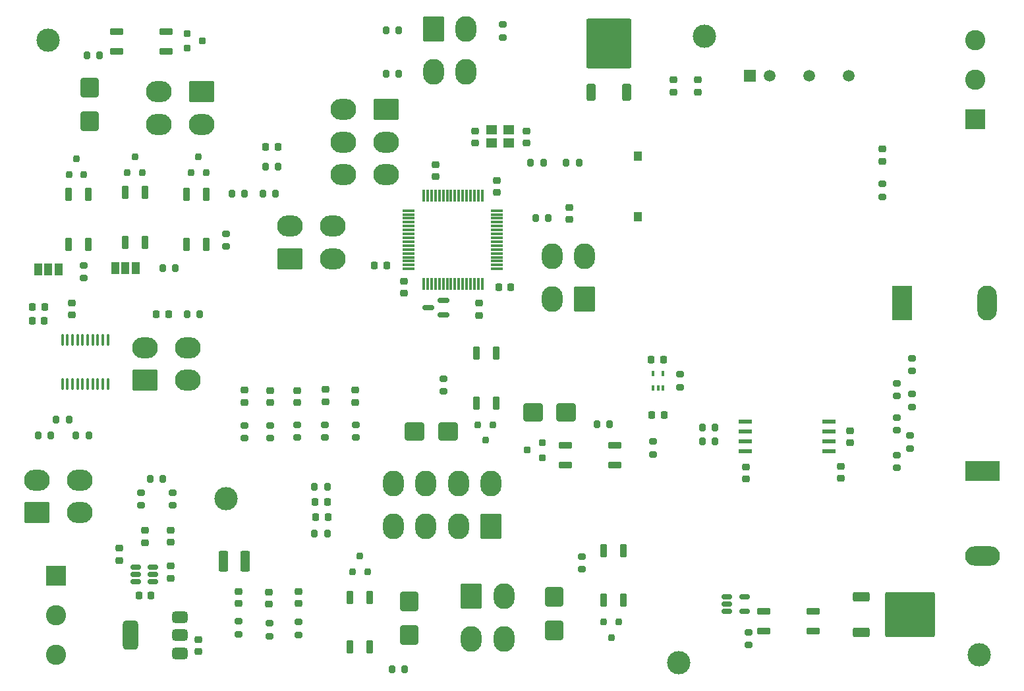
<source format=gbr>
%TF.GenerationSoftware,KiCad,Pcbnew,8.0.0*%
%TF.CreationDate,2024-07-10T23:18:01-07:00*%
%TF.ProjectId,main_relay_board,6d61696e-5f72-4656-9c61-795f626f6172,rev?*%
%TF.SameCoordinates,Original*%
%TF.FileFunction,Soldermask,Top*%
%TF.FilePolarity,Negative*%
%FSLAX46Y46*%
G04 Gerber Fmt 4.6, Leading zero omitted, Abs format (unit mm)*
G04 Created by KiCad (PCBNEW 8.0.0) date 2024-07-10 23:18:01*
%MOMM*%
%LPD*%
G01*
G04 APERTURE LIST*
G04 Aperture macros list*
%AMRoundRect*
0 Rectangle with rounded corners*
0 $1 Rounding radius*
0 $2 $3 $4 $5 $6 $7 $8 $9 X,Y pos of 4 corners*
0 Add a 4 corners polygon primitive as box body*
4,1,4,$2,$3,$4,$5,$6,$7,$8,$9,$2,$3,0*
0 Add four circle primitives for the rounded corners*
1,1,$1+$1,$2,$3*
1,1,$1+$1,$4,$5*
1,1,$1+$1,$6,$7*
1,1,$1+$1,$8,$9*
0 Add four rect primitives between the rounded corners*
20,1,$1+$1,$2,$3,$4,$5,0*
20,1,$1+$1,$4,$5,$6,$7,0*
20,1,$1+$1,$6,$7,$8,$9,0*
20,1,$1+$1,$8,$9,$2,$3,0*%
G04 Aperture macros list end*
%ADD10RoundRect,0.200000X-0.275000X0.200000X-0.275000X-0.200000X0.275000X-0.200000X0.275000X0.200000X0*%
%ADD11RoundRect,0.218750X0.256250X-0.218750X0.256250X0.218750X-0.256250X0.218750X-0.256250X-0.218750X0*%
%ADD12RoundRect,0.225000X-0.250000X0.225000X-0.250000X-0.225000X0.250000X-0.225000X0.250000X0.225000X0*%
%ADD13RoundRect,0.225000X-0.225000X-0.250000X0.225000X-0.250000X0.225000X0.250000X-0.225000X0.250000X0*%
%ADD14RoundRect,0.225000X0.250000X-0.225000X0.250000X0.225000X-0.250000X0.225000X-0.250000X-0.225000X0*%
%ADD15RoundRect,0.100000X-0.100000X0.637500X-0.100000X-0.637500X0.100000X-0.637500X0.100000X0.637500X0*%
%ADD16RoundRect,0.200000X0.275000X-0.200000X0.275000X0.200000X-0.275000X0.200000X-0.275000X-0.200000X0*%
%ADD17RoundRect,0.218750X-0.218750X-0.256250X0.218750X-0.256250X0.218750X0.256250X-0.218750X0.256250X0*%
%ADD18RoundRect,0.250000X-0.900000X1.000000X-0.900000X-1.000000X0.900000X-1.000000X0.900000X1.000000X0*%
%ADD19RoundRect,0.102000X0.300000X-0.750000X0.300000X0.750000X-0.300000X0.750000X-0.300000X-0.750000X0*%
%ADD20RoundRect,0.200000X-0.200000X-0.275000X0.200000X-0.275000X0.200000X0.275000X-0.200000X0.275000X0*%
%ADD21RoundRect,0.250001X1.099999X1.399999X-1.099999X1.399999X-1.099999X-1.399999X1.099999X-1.399999X0*%
%ADD22O,2.700000X3.300000*%
%ADD23RoundRect,0.150000X0.587500X0.150000X-0.587500X0.150000X-0.587500X-0.150000X0.587500X-0.150000X0*%
%ADD24RoundRect,0.218750X0.218750X0.256250X-0.218750X0.256250X-0.218750X-0.256250X0.218750X-0.256250X0*%
%ADD25RoundRect,0.250000X-0.375000X-1.075000X0.375000X-1.075000X0.375000X1.075000X-0.375000X1.075000X0*%
%ADD26C,3.000000*%
%ADD27RoundRect,0.200000X0.200000X0.275000X-0.200000X0.275000X-0.200000X-0.275000X0.200000X-0.275000X0*%
%ADD28RoundRect,0.102000X-0.750000X-0.300000X0.750000X-0.300000X0.750000X0.300000X-0.750000X0.300000X0*%
%ADD29RoundRect,0.250000X1.000000X0.900000X-1.000000X0.900000X-1.000000X-0.900000X1.000000X-0.900000X0*%
%ADD30RoundRect,0.150000X-0.512500X-0.150000X0.512500X-0.150000X0.512500X0.150000X-0.512500X0.150000X0*%
%ADD31RoundRect,0.200000X0.200000X-0.250000X0.200000X0.250000X-0.200000X0.250000X-0.200000X-0.250000X0*%
%ADD32R,1.400000X1.200000*%
%ADD33RoundRect,0.250001X-1.399999X1.099999X-1.399999X-1.099999X1.399999X-1.099999X1.399999X1.099999X0*%
%ADD34O,3.300000X2.700000*%
%ADD35RoundRect,0.225000X0.225000X0.250000X-0.225000X0.250000X-0.225000X-0.250000X0.225000X-0.250000X0*%
%ADD36RoundRect,0.250000X-1.000000X-0.900000X1.000000X-0.900000X1.000000X0.900000X-1.000000X0.900000X0*%
%ADD37R,1.000000X1.250000*%
%ADD38RoundRect,0.250001X-1.099999X-1.399999X1.099999X-1.399999X1.099999X1.399999X-1.099999X1.399999X0*%
%ADD39RoundRect,0.102000X-0.300000X0.750000X-0.300000X-0.750000X0.300000X-0.750000X0.300000X0.750000X0*%
%ADD40R,2.600000X2.600000*%
%ADD41C,2.600000*%
%ADD42RoundRect,0.075000X-0.075000X0.700000X-0.075000X-0.700000X0.075000X-0.700000X0.075000X0.700000X0*%
%ADD43RoundRect,0.075000X-0.700000X0.075000X-0.700000X-0.075000X0.700000X-0.075000X0.700000X0.075000X0*%
%ADD44R,1.000000X1.500000*%
%ADD45RoundRect,0.102000X0.750000X0.300000X-0.750000X0.300000X-0.750000X-0.300000X0.750000X-0.300000X0*%
%ADD46R,1.500000X1.500000*%
%ADD47C,1.500000*%
%ADD48R,4.500000X2.500000*%
%ADD49O,4.500000X2.500000*%
%ADD50RoundRect,0.200000X-0.200000X0.250000X-0.200000X-0.250000X0.200000X-0.250000X0.200000X0.250000X0*%
%ADD51RoundRect,0.100000X0.100000X-0.225000X0.100000X0.225000X-0.100000X0.225000X-0.100000X-0.225000X0*%
%ADD52R,1.701800X0.558800*%
%ADD53RoundRect,0.250001X1.399999X-1.099999X1.399999X1.099999X-1.399999X1.099999X-1.399999X-1.099999X0*%
%ADD54R,2.500000X4.500000*%
%ADD55O,2.500000X4.500000*%
%ADD56RoundRect,0.200000X-0.250000X-0.200000X0.250000X-0.200000X0.250000X0.200000X-0.250000X0.200000X0*%
%ADD57RoundRect,0.250000X-0.850000X-0.350000X0.850000X-0.350000X0.850000X0.350000X-0.850000X0.350000X0*%
%ADD58RoundRect,0.250000X-2.950000X-2.650000X2.950000X-2.650000X2.950000X2.650000X-2.950000X2.650000X0*%
%ADD59RoundRect,0.250000X0.350000X-0.850000X0.350000X0.850000X-0.350000X0.850000X-0.350000X-0.850000X0*%
%ADD60RoundRect,0.250000X2.650000X-2.950000X2.650000X2.950000X-2.650000X2.950000X-2.650000X-2.950000X0*%
%ADD61RoundRect,0.375000X0.625000X0.375000X-0.625000X0.375000X-0.625000X-0.375000X0.625000X-0.375000X0*%
%ADD62RoundRect,0.500000X0.500000X1.400000X-0.500000X1.400000X-0.500000X-1.400000X0.500000X-1.400000X0*%
%ADD63RoundRect,0.200000X0.250000X0.200000X-0.250000X0.200000X-0.250000X-0.200000X0.250000X-0.200000X0*%
G04 APERTURE END LIST*
D10*
%TO.C,R718*%
X206675000Y-65175000D03*
X206675000Y-66825000D03*
%TD*%
D11*
%TO.C,D701*%
X206680000Y-62267500D03*
X206680000Y-60692500D03*
%TD*%
D12*
%TO.C,C702*%
X179900000Y-51825000D03*
X179900000Y-53375000D03*
%TD*%
D13*
%TO.C,C706*%
X177125000Y-94900000D03*
X178675000Y-94900000D03*
%TD*%
D14*
%TO.C,C705*%
X202600000Y-98475000D03*
X202600000Y-96925000D03*
%TD*%
D12*
%TO.C,C701*%
X183000000Y-51825000D03*
X183000000Y-53375000D03*
%TD*%
D11*
%TO.C,D505*%
X124800000Y-93281000D03*
X124800000Y-91706000D03*
%TD*%
D15*
%TO.C,U401*%
X107218000Y-85207000D03*
X106568000Y-85207000D03*
X105918000Y-85207000D03*
X105268000Y-85207000D03*
X104618000Y-85207000D03*
X103968000Y-85207000D03*
X103318000Y-85207000D03*
X102668000Y-85207000D03*
X102018000Y-85207000D03*
X101368000Y-85207000D03*
X101368000Y-90932000D03*
X102018000Y-90932000D03*
X102668000Y-90932000D03*
X103318000Y-90932000D03*
X103968000Y-90932000D03*
X104618000Y-90932000D03*
X105268000Y-90932000D03*
X105918000Y-90932000D03*
X106568000Y-90932000D03*
X107218000Y-90932000D03*
%TD*%
D16*
%TO.C,R303*%
X111506000Y-106489000D03*
X111506000Y-104839000D03*
%TD*%
D17*
%TO.C,D509*%
X133925000Y-108000000D03*
X135500000Y-108000000D03*
%TD*%
D18*
%TO.C,D603*%
X145914000Y-118890000D03*
X145914000Y-123190000D03*
%TD*%
D19*
%TO.C,OC401*%
X102162000Y-72958000D03*
X104702000Y-72958000D03*
X104702000Y-66548000D03*
X102162000Y-66548000D03*
%TD*%
D14*
%TO.C,C205*%
X108712000Y-113564000D03*
X108712000Y-112014000D03*
%TD*%
D11*
%TO.C,D501*%
X124015000Y-119113000D03*
X124015000Y-117538000D03*
%TD*%
D20*
%TO.C,R606*%
X161546000Y-62434000D03*
X163196000Y-62434000D03*
%TD*%
D21*
%TO.C,J108*%
X168470000Y-79958000D03*
D22*
X164270000Y-79958000D03*
X168470000Y-74458000D03*
X164270000Y-74458000D03*
%TD*%
D23*
%TO.C,U302*%
X150289500Y-82055000D03*
X150289500Y-80155000D03*
X148414500Y-81105000D03*
%TD*%
D24*
%TO.C,D504*%
X115000000Y-81900000D03*
X113425000Y-81900000D03*
%TD*%
D11*
%TO.C,D506*%
X128100000Y-93303500D03*
X128100000Y-91728500D03*
%TD*%
D14*
%TO.C,C403*%
X102616000Y-82055000D03*
X102616000Y-80505000D03*
%TD*%
D18*
%TO.C,D604*%
X164592000Y-118246000D03*
X164592000Y-122546000D03*
%TD*%
D25*
%TO.C,L201*%
X122044000Y-113668000D03*
X124844000Y-113668000D03*
%TD*%
D26*
%TO.C,H101*%
X99568000Y-46736000D03*
%TD*%
D20*
%TO.C,R304*%
X112650000Y-103124000D03*
X114300000Y-103124000D03*
%TD*%
D10*
%TO.C,R703*%
X208584800Y-90805000D03*
X208584800Y-92455000D03*
%TD*%
D13*
%TO.C,C201*%
X111226000Y-118110000D03*
X112776000Y-118110000D03*
%TD*%
D10*
%TO.C,R705*%
X208584800Y-95186000D03*
X208584800Y-96836000D03*
%TD*%
D27*
%TO.C,R605*%
X106147000Y-48650000D03*
X104497000Y-48650000D03*
%TD*%
%TO.C,R710*%
X185229000Y-98298000D03*
X183579000Y-98298000D03*
%TD*%
D28*
%TO.C,OC701*%
X191456000Y-120142000D03*
X191456000Y-122682000D03*
X197866000Y-122682000D03*
X197866000Y-120142000D03*
%TD*%
D10*
%TO.C,R704*%
X210503000Y-92202000D03*
X210503000Y-93852000D03*
%TD*%
D29*
%TO.C,D601*%
X150882000Y-97027000D03*
X146582000Y-97027000D03*
%TD*%
D30*
%TO.C,U704*%
X186761000Y-118242000D03*
X186761000Y-119192000D03*
X186761000Y-120142000D03*
X189036000Y-120142000D03*
X189036000Y-118242000D03*
%TD*%
D19*
%TO.C,OC402*%
X109474000Y-72704000D03*
X112014000Y-72704000D03*
X112014000Y-66294000D03*
X109474000Y-66294000D03*
%TD*%
%TO.C,OC403*%
X117348000Y-72958000D03*
X119888000Y-72958000D03*
X119888000Y-66548000D03*
X117348000Y-66548000D03*
%TD*%
D20*
%TO.C,R508*%
X133775000Y-104110000D03*
X135425000Y-104110000D03*
%TD*%
D10*
%TO.C,R502*%
X128016000Y-121666000D03*
X128016000Y-123316000D03*
%TD*%
D31*
%TO.C,Q603*%
X138666000Y-115041000D03*
X140566000Y-115041000D03*
X139616000Y-113041000D03*
%TD*%
D32*
%TO.C,Y301*%
X156550000Y-59944000D03*
X158750000Y-59944000D03*
X158750000Y-58244000D03*
X156550000Y-58244000D03*
%TD*%
D33*
%TO.C,J105*%
X119292000Y-53340000D03*
D34*
X119292000Y-57540000D03*
X113792000Y-53340000D03*
X113792000Y-57540000D03*
%TD*%
D10*
%TO.C,R507*%
X139045500Y-96140000D03*
X139045500Y-97790000D03*
%TD*%
D35*
%TO.C,C401*%
X99060000Y-82804000D03*
X97510000Y-82804000D03*
%TD*%
D20*
%TO.C,R409*%
X103124000Y-97536000D03*
X104774000Y-97536000D03*
%TD*%
D10*
%TO.C,R102*%
X157988000Y-44704000D03*
X157988000Y-46354000D03*
%TD*%
D12*
%TO.C,C206*%
X118793000Y-123748000D03*
X118793000Y-125298000D03*
%TD*%
D13*
%TO.C,C707*%
X177025000Y-87800000D03*
X178575000Y-87800000D03*
%TD*%
D20*
%TO.C,R607*%
X166118000Y-62434000D03*
X167768000Y-62434000D03*
%TD*%
D36*
%TO.C,D602*%
X161816000Y-94585000D03*
X166116000Y-94585000D03*
%TD*%
D10*
%TO.C,R503*%
X131739358Y-121475000D03*
X131739358Y-123125000D03*
%TD*%
D12*
%TO.C,C703*%
X201371200Y-101460000D03*
X201371200Y-103010000D03*
%TD*%
D17*
%TO.C,D510*%
X127482500Y-60452000D03*
X129057500Y-60452000D03*
%TD*%
D35*
%TO.C,C308*%
X143015000Y-75692000D03*
X141465000Y-75692000D03*
%TD*%
D20*
%TO.C,R603*%
X143697000Y-127605000D03*
X145347000Y-127605000D03*
%TD*%
%TO.C,R408*%
X100584000Y-95504000D03*
X102234000Y-95504000D03*
%TD*%
D11*
%TO.C,D512*%
X135165500Y-93183000D03*
X135165500Y-91608000D03*
%TD*%
D12*
%TO.C,C309*%
X166500000Y-68225000D03*
X166500000Y-69775000D03*
%TD*%
D37*
%TO.C,SW301*%
X175300000Y-61650000D03*
X175300000Y-69400000D03*
%TD*%
D38*
%TO.C,J106*%
X153906000Y-118198000D03*
D22*
X158106000Y-118198000D03*
X153906000Y-123698000D03*
X158106000Y-123698000D03*
%TD*%
D10*
%TO.C,R512*%
X135128000Y-96140000D03*
X135128000Y-97790000D03*
%TD*%
D39*
%TO.C,OC604*%
X173478000Y-112305000D03*
X170938000Y-112305000D03*
X170938000Y-118715000D03*
X173478000Y-118715000D03*
%TD*%
D11*
%TO.C,D503*%
X131676358Y-119126000D03*
X131676358Y-117551000D03*
%TD*%
D10*
%TO.C,R707*%
X208584800Y-100012000D03*
X208584800Y-101662000D03*
%TD*%
D21*
%TO.C,J104*%
X156464000Y-109229000D03*
D22*
X152264000Y-109229000D03*
X148064000Y-109229000D03*
X143864000Y-109229000D03*
X156464000Y-103729000D03*
X152264000Y-103729000D03*
X148064000Y-103729000D03*
X143864000Y-103729000D03*
%TD*%
D30*
%TO.C,U201*%
X110755000Y-114432000D03*
X110755000Y-115382000D03*
X110755000Y-116332000D03*
X113030000Y-116332000D03*
X113030000Y-115382000D03*
X113030000Y-114432000D03*
%TD*%
D35*
%TO.C,C402*%
X99073000Y-81026000D03*
X97523000Y-81026000D03*
%TD*%
D12*
%TO.C,C306*%
X154432000Y-58394000D03*
X154432000Y-59944000D03*
%TD*%
D10*
%TO.C,R706*%
X210312000Y-97536000D03*
X210312000Y-99186000D03*
%TD*%
%TO.C,R601*%
X150368000Y-90204000D03*
X150368000Y-91854000D03*
%TD*%
D40*
%TO.C,J101*%
X218694000Y-56896000D03*
D41*
X218694000Y-51816000D03*
X218694000Y-46736000D03*
%TD*%
D26*
%TO.C,H105*%
X122428000Y-105664000D03*
%TD*%
D10*
%TO.C,R505*%
X124800000Y-96203000D03*
X124800000Y-97853000D03*
%TD*%
D26*
%TO.C,H104*%
X180594000Y-126746000D03*
%TD*%
D42*
%TO.C,U301*%
X155301000Y-66687000D03*
X154801000Y-66687000D03*
X154301000Y-66687000D03*
X153801000Y-66687000D03*
X153301000Y-66687000D03*
X152801000Y-66687000D03*
X152301000Y-66687000D03*
X151801000Y-66687000D03*
X151301000Y-66687000D03*
X150801000Y-66687000D03*
X150301000Y-66687000D03*
X149801000Y-66687000D03*
X149301000Y-66687000D03*
X148801000Y-66687000D03*
X148301000Y-66687000D03*
X147801000Y-66687000D03*
D43*
X145876000Y-68612000D03*
X145876000Y-69112000D03*
X145876000Y-69612000D03*
X145876000Y-70112000D03*
X145876000Y-70612000D03*
X145876000Y-71112000D03*
X145876000Y-71612000D03*
X145876000Y-72112000D03*
X145876000Y-72612000D03*
X145876000Y-73112000D03*
X145876000Y-73612000D03*
X145876000Y-74112000D03*
X145876000Y-74612000D03*
X145876000Y-75112000D03*
X145876000Y-75612000D03*
X145876000Y-76112000D03*
D42*
X147801000Y-78037000D03*
X148301000Y-78037000D03*
X148801000Y-78037000D03*
X149301000Y-78037000D03*
X149801000Y-78037000D03*
X150301000Y-78037000D03*
X150801000Y-78037000D03*
X151301000Y-78037000D03*
X151801000Y-78037000D03*
X152301000Y-78037000D03*
X152801000Y-78037000D03*
X153301000Y-78037000D03*
X153801000Y-78037000D03*
X154301000Y-78037000D03*
X154801000Y-78037000D03*
X155301000Y-78037000D03*
D43*
X157226000Y-76112000D03*
X157226000Y-75612000D03*
X157226000Y-75112000D03*
X157226000Y-74612000D03*
X157226000Y-74112000D03*
X157226000Y-73612000D03*
X157226000Y-73112000D03*
X157226000Y-72612000D03*
X157226000Y-72112000D03*
X157226000Y-71612000D03*
X157226000Y-71112000D03*
X157226000Y-70612000D03*
X157226000Y-70112000D03*
X157226000Y-69612000D03*
X157226000Y-69112000D03*
X157226000Y-68612000D03*
%TD*%
D14*
%TO.C,C304*%
X149352000Y-64275000D03*
X149352000Y-62725000D03*
%TD*%
%TO.C,C204*%
X112014000Y-111278000D03*
X112014000Y-109728000D03*
%TD*%
D38*
%TO.C,J102*%
X149030000Y-45264000D03*
D22*
X153230000Y-45264000D03*
X149030000Y-50764000D03*
X153230000Y-50764000D03*
%TD*%
D31*
%TO.C,Q403*%
X117922000Y-63694000D03*
X119822000Y-63694000D03*
X118872000Y-61694000D03*
%TD*%
D14*
%TO.C,C303*%
X157226000Y-66307000D03*
X157226000Y-64757000D03*
%TD*%
D44*
%TO.C,JP402*%
X110774000Y-76043000D03*
X109474000Y-76043000D03*
X108174000Y-76043000D03*
%TD*%
D20*
%TO.C,R406*%
X127128000Y-66425000D03*
X128778000Y-66425000D03*
%TD*%
D45*
%TO.C,OC602*%
X172369000Y-101346000D03*
X172369000Y-98806000D03*
X165959000Y-98806000D03*
X165959000Y-101346000D03*
%TD*%
D11*
%TO.C,D502*%
X127888000Y-119200500D03*
X127888000Y-117625500D03*
%TD*%
D12*
%TO.C,C704*%
X189230000Y-101587000D03*
X189230000Y-103137000D03*
%TD*%
D46*
%TO.C,U701*%
X189700000Y-51300000D03*
D47*
X192240000Y-51300000D03*
X197320000Y-51300000D03*
X202400000Y-51300000D03*
%TD*%
D12*
%TO.C,C301*%
X145288000Y-77711000D03*
X145288000Y-79261000D03*
%TD*%
D10*
%TO.C,R702*%
X210566000Y-87567000D03*
X210566000Y-89217000D03*
%TD*%
D31*
%TO.C,Q401*%
X102240000Y-63980000D03*
X104140000Y-63980000D03*
X103190000Y-61980000D03*
%TD*%
D20*
%TO.C,R510*%
X127445000Y-62992000D03*
X129095000Y-62992000D03*
%TD*%
D10*
%TO.C,R708*%
X189544000Y-122810000D03*
X189544000Y-124460000D03*
%TD*%
D28*
%TO.C,OC605*%
X108310000Y-45602000D03*
X108310000Y-48142000D03*
X114720000Y-48142000D03*
X114720000Y-45602000D03*
%TD*%
D48*
%TO.C,R717*%
X219550000Y-102125000D03*
D49*
X219550000Y-113025000D03*
%TD*%
D50*
%TO.C,Q601*%
X156668000Y-96125000D03*
X154768000Y-96125000D03*
X155718000Y-98125000D03*
%TD*%
D10*
%TO.C,R401*%
X104140000Y-75629000D03*
X104140000Y-77279000D03*
%TD*%
D51*
%TO.C,U703*%
X177262000Y-91440000D03*
X177912000Y-91440000D03*
X178562000Y-91440000D03*
X178562000Y-89540000D03*
X177262000Y-89540000D03*
%TD*%
D10*
%TO.C,R511*%
X131500000Y-96140000D03*
X131500000Y-97790000D03*
%TD*%
D20*
%TO.C,R405*%
X123127000Y-66425000D03*
X124777000Y-66425000D03*
%TD*%
%TO.C,R504*%
X117375000Y-81900000D03*
X119025000Y-81900000D03*
%TD*%
D18*
%TO.C,D605*%
X104902000Y-52850000D03*
X104902000Y-57150000D03*
%TD*%
D11*
%TO.C,D507*%
X139000000Y-93243500D03*
X139000000Y-91668500D03*
%TD*%
D39*
%TO.C,OC601*%
X157069000Y-86964000D03*
X154529000Y-86964000D03*
X154529000Y-93374000D03*
X157069000Y-93374000D03*
%TD*%
D52*
%TO.C,U702*%
X199898000Y-99568000D03*
X199898000Y-98298000D03*
X199898000Y-97028000D03*
X199898000Y-95758000D03*
X189128400Y-95758000D03*
X189128400Y-97028000D03*
X189128400Y-98298000D03*
X189128400Y-99568000D03*
%TD*%
D10*
%TO.C,R501*%
X124015000Y-121399000D03*
X124015000Y-123049000D03*
%TD*%
D13*
%TO.C,C302*%
X157454000Y-78486000D03*
X159004000Y-78486000D03*
%TD*%
D14*
%TO.C,C305*%
X161036000Y-59957000D03*
X161036000Y-58407000D03*
%TD*%
D20*
%TO.C,R103*%
X142939000Y-45466000D03*
X144589000Y-45466000D03*
%TD*%
%TO.C,R407*%
X98235000Y-97536000D03*
X99885000Y-97536000D03*
%TD*%
%TO.C,R101*%
X142939000Y-51054000D03*
X144589000Y-51054000D03*
%TD*%
D31*
%TO.C,Q402*%
X109728000Y-63726000D03*
X111628000Y-63726000D03*
X110678000Y-61726000D03*
%TD*%
D53*
%TO.C,J110*%
X112014000Y-90424000D03*
D34*
X112014000Y-86224000D03*
X117514000Y-90424000D03*
X117514000Y-86224000D03*
%TD*%
D19*
%TO.C,OC603*%
X138269000Y-124714000D03*
X140809000Y-124714000D03*
X140809000Y-118304000D03*
X138269000Y-118304000D03*
%TD*%
D26*
%TO.C,H102*%
X183896000Y-46228000D03*
%TD*%
D20*
%TO.C,R301*%
X162180000Y-69596000D03*
X163830000Y-69596000D03*
%TD*%
D54*
%TO.C,R716*%
X209250000Y-80500000D03*
D55*
X220150000Y-80500000D03*
%TD*%
D40*
%TO.C,J111*%
X100584000Y-115570000D03*
D41*
X100584000Y-120650000D03*
X100584000Y-125730000D03*
%TD*%
D53*
%TO.C,J103*%
X130644000Y-74812000D03*
D34*
X130644000Y-70612000D03*
X136144000Y-74812000D03*
X136144000Y-70612000D03*
%TD*%
D11*
%TO.C,D511*%
X131500000Y-93287500D03*
X131500000Y-91712500D03*
%TD*%
D56*
%TO.C,Q605*%
X117380000Y-45840000D03*
X117380000Y-47740000D03*
X119380000Y-46790000D03*
%TD*%
D17*
%TO.C,D508*%
X133850000Y-106040001D03*
X135425000Y-106040001D03*
%TD*%
D20*
%TO.C,R509*%
X133775000Y-110110000D03*
X135425000Y-110110000D03*
%TD*%
D27*
%TO.C,R711*%
X185229000Y-96520000D03*
X183579000Y-96520000D03*
%TD*%
D10*
%TO.C,R305*%
X115570000Y-104839000D03*
X115570000Y-106489000D03*
%TD*%
D33*
%TO.C,J107*%
X143002000Y-55608000D03*
D34*
X143002000Y-59808000D03*
X143002000Y-64008000D03*
X137502000Y-55608000D03*
X137502000Y-59808000D03*
X137502000Y-64008000D03*
%TD*%
D10*
%TO.C,R714*%
X177292000Y-98298000D03*
X177292000Y-99948000D03*
%TD*%
D53*
%TO.C,J109*%
X98132000Y-107442000D03*
D34*
X98132000Y-103242000D03*
X103632000Y-107442000D03*
X103632000Y-103242000D03*
%TD*%
D57*
%TO.C,Q701*%
X204012000Y-118248000D03*
D58*
X210312000Y-120528000D03*
D57*
X204012000Y-122808000D03*
%TD*%
D44*
%TO.C,JP401*%
X100868000Y-76200000D03*
X99568000Y-76200000D03*
X98268000Y-76200000D03*
%TD*%
D59*
%TO.C,Q606*%
X169320000Y-53400000D03*
D60*
X171600000Y-47100000D03*
D59*
X173880000Y-53400000D03*
%TD*%
D14*
%TO.C,C203*%
X115303000Y-111265000D03*
X115303000Y-109715000D03*
%TD*%
D26*
%TO.C,H103*%
X219202000Y-125730000D03*
%TD*%
D16*
%TO.C,R403*%
X122365000Y-73215000D03*
X122365000Y-71565000D03*
%TD*%
D12*
%TO.C,C202*%
X115316000Y-114300000D03*
X115316000Y-115850000D03*
%TD*%
D61*
%TO.C,U202*%
X116434000Y-125504000D03*
X116434000Y-123204000D03*
D62*
X110134000Y-123204000D03*
D61*
X116434000Y-120904000D03*
%TD*%
D10*
%TO.C,R506*%
X128100000Y-96200000D03*
X128100000Y-97850000D03*
%TD*%
D63*
%TO.C,Q602*%
X163052000Y-100361000D03*
X163052000Y-98461000D03*
X161052000Y-99411000D03*
%TD*%
D16*
%TO.C,R715*%
X180706000Y-91315000D03*
X180706000Y-89665000D03*
%TD*%
D27*
%TO.C,R602*%
X171704000Y-96109000D03*
X170054000Y-96109000D03*
%TD*%
D12*
%TO.C,C307*%
X154940000Y-80518000D03*
X154940000Y-82068000D03*
%TD*%
D20*
%TO.C,R402*%
X114237000Y-76043000D03*
X115887000Y-76043000D03*
%TD*%
D50*
%TO.C,Q604*%
X172838000Y-121509000D03*
X170938000Y-121509000D03*
X171888000Y-123509000D03*
%TD*%
D10*
%TO.C,R604*%
X168144000Y-113064000D03*
X168144000Y-114714000D03*
%TD*%
M02*

</source>
